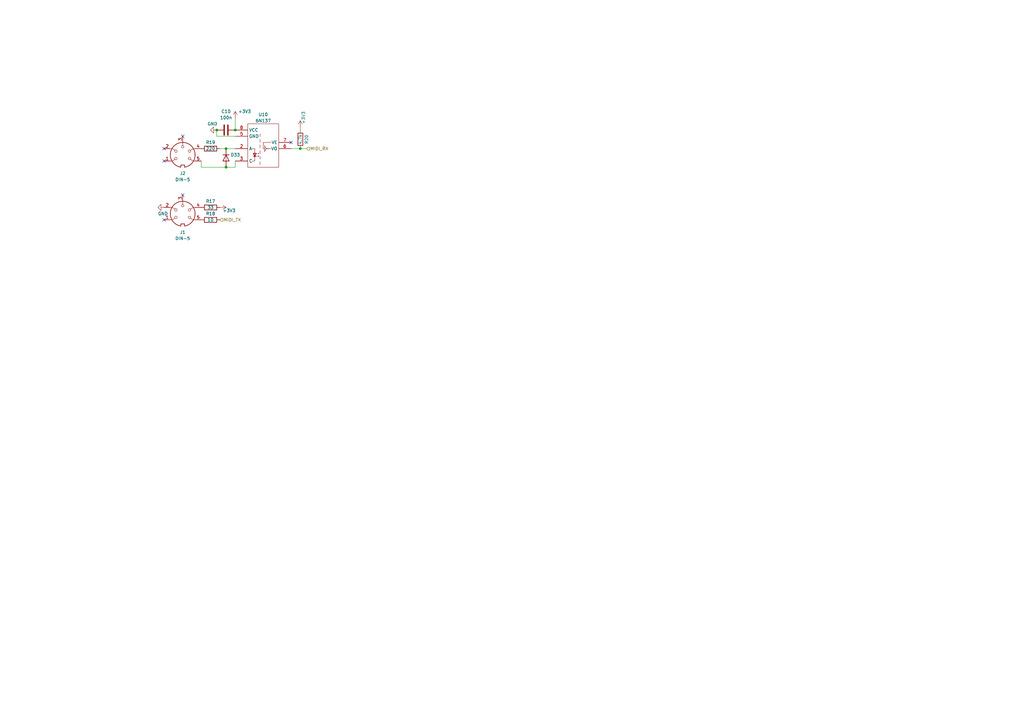
<source format=kicad_sch>
(kicad_sch (version 20211123) (generator eeschema)
  (paper "A3")
  (lib_symbols
    (symbol "Connector:DIN-5" (pin_names (offset 1.016))
      (property "Reference" "J2" (at 0.0001 -7.62 0))
      (property "Value" "DIN-5" (at 0.0001 -10.16 0))
      (symbol "DIN-5_0_1"
        (arc (start -5.08 0) (mid -3.8609 -3.3364) (end -0.762 -5.08) (stroke (width 0.254)))
        (circle (center -2.794 -1.524) (radius 0.508))
        (circle (center -2.794 1.524) (radius 0.508))
        (polyline (pts (xy 0 5.08) (xy 0 3.81)))
        (polyline (pts (xy -5.08 -2.54) (xy -4.318 -2.54) (xy -3.175 -1.905)))
        (polyline (pts (xy -5.08 2.54) (xy -4.318 2.54) (xy -3.175 1.905)))
        (polyline (pts (xy 5.08 -2.54) (xy 4.318 -2.54) (xy 3.175 -1.905)))
        (polyline (pts (xy 5.08 2.54) (xy 4.318 2.54) (xy 3.175 1.905)))
        (polyline (pts (xy -0.762 -4.953) (xy -0.762 -4.191) (xy 0.762 -4.191) (xy 0.762 -4.953)) (stroke (width 0.254)))
        (circle (center 0 3.302) (radius 0.508))
        (arc (start 0.762 -5.08) (mid 3.8685 -3.343) (end 5.08 0) (stroke (width 0.254)))
        (circle (center 2.794 -1.524) (radius 0.508))
        (circle (center 2.794 1.524) (radius 0.508))
        (arc (start 5.08 0) (mid 0 5.08) (end -5.08 0) (stroke (width 0.254)))
      )
      (symbol "DIN-5_1_1"
        (pin passive line (at -7.62 -2.54 0) (length 2.54) (name "~") (number "1"))
        (pin passive line (at -7.62 2.54 0) (length 2.54) (name "~") (number "2"))
        (pin passive line (at 0 7.62 270) (length 2.54) (name "~") (number "3"))
        (pin passive line (at 7.62 2.54 180) (length 2.54) (name "~") (number "4"))
        (pin passive line (at 7.62 -2.54 180) (length 2.54) (name "~") (number "5"))
        (pin no_connect line (at 12.7 15.24 180) (length 2.54) hide (name "") (number "6"))
        (pin no_connect line (at 12.7 12.7 180) (length 2.54) hide (name "") (number "7"))
        (pin no_connect line (at 12.7 10.16 180) (length 2.54) hide (name "") (number "8"))
        (pin no_connect line (at 12.7 7.62 180) (length 2.54) hide (name "") (number "9"))
      )
    )
    (symbol "DIN-5_1" (pin_names (offset 1.016))
      (property "Reference" "J1" (at 0.0001 -7.62 0))
      (property "Value" "DIN-5" (at 0.0001 -10.16 0))
      (symbol "DIN-5_1_0_1"
        (arc (start -5.08 0) (mid -3.8609 -3.3364) (end -0.762 -5.08) (stroke (width 0.254)))
        (circle (center -2.794 -1.524) (radius 0.508))
        (circle (center -2.794 1.524) (radius 0.508))
        (polyline (pts (xy 0 5.08) (xy 0 3.81)))
        (polyline (pts (xy -5.08 -2.54) (xy -4.318 -2.54) (xy -3.175 -1.905)))
        (polyline (pts (xy -5.08 2.54) (xy -4.318 2.54) (xy -3.175 1.905)))
        (polyline (pts (xy 5.08 -2.54) (xy 4.318 -2.54) (xy 3.175 -1.905)))
        (polyline (pts (xy 5.08 2.54) (xy 4.318 2.54) (xy 3.175 1.905)))
        (polyline (pts (xy -0.762 -4.953) (xy -0.762 -4.191) (xy 0.762 -4.191) (xy 0.762 -4.953)) (stroke (width 0.254)))
        (circle (center 0 3.302) (radius 0.508))
        (arc (start 0.762 -5.08) (mid 3.8685 -3.343) (end 5.08 0) (stroke (width 0.254)))
        (circle (center 2.794 -1.524) (radius 0.508))
        (circle (center 2.794 1.524) (radius 0.508))
        (arc (start 5.08 0) (mid 0 5.08) (end -5.08 0) (stroke (width 0.254)))
      )
      (symbol "DIN-5_1_1_1"
        (pin passive line (at -7.62 -2.54 0) (length 2.54) (name "~") (number "1"))
        (pin passive line (at -7.62 2.54 0) (length 2.54) (name "~") (number "2"))
        (pin passive line (at 0 7.62 270) (length 2.54) (name "~") (number "3"))
        (pin passive line (at 7.62 2.54 180) (length 2.54) (name "~") (number "4"))
        (pin passive line (at 7.62 -2.54 180) (length 2.54) (name "~") (number "5"))
        (pin no_connect line (at 10.16 20.32 180) (length 2.54) hide (name "") (number "6"))
        (pin no_connect line (at 10.16 17.78 180) (length 2.54) hide (name "") (number "7"))
        (pin no_connect line (at 10.16 15.24 180) (length 2.54) hide (name "") (number "8"))
        (pin no_connect line (at 10.16 12.7 180) (length 2.54) hide (name "") (number "9"))
      )
    )
    (symbol "Device:C" (pin_numbers hide) (pin_names (offset 0.254))
      (property "Reference" "C" (at 0.635 2.54 0))
      (property "Value" "C" (at 0.635 -2.54 0))
      (symbol "C_0_1"
        (polyline (pts (xy -2.032 -0.762) (xy 2.032 -0.762)) (stroke (width 0.508)))
        (polyline (pts (xy -2.032 0.762) (xy 2.032 0.762)) (stroke (width 0.508)))
      )
      (symbol "C_1_1"
        (pin passive line (at 0 3.81 270) (length 2.794) (name "~") (number "1"))
        (pin passive line (at 0 -3.81 90) (length 2.794) (name "~") (number "2"))
      )
    )
    (symbol "Device:R" (pin_numbers hide) (pin_names (offset 0))
      (property "Reference" "R" (at 2.032 0 90))
      (property "Value" "R" (at 0 0 90))
      (symbol "R_0_1"
        (rectangle (start -1.016 -2.54) (end 1.016 2.54) (stroke (width 0.254)))
      )
      (symbol "R_1_1"
        (pin passive line (at 0 3.81 270) (length 1.27) (name "~") (number "1"))
        (pin passive line (at 0 -3.81 90) (length 1.27) (name "~") (number "2"))
      )
    )
    (symbol "Diode:1N4148WT" (pin_numbers hide) (pin_names (offset 1.016) hide)
      (property "Reference" "D" (at 0 2.54 0))
      (property "Value" "1N4148WT" (at 0 -2.54 0))
      (symbol "1N4148WT_0_1"
        (polyline (pts (xy -1.27 1.27) (xy -1.27 -1.27)) (stroke (width 0.254)))
        (polyline (pts (xy 1.27 0) (xy -1.27 0)))
        (polyline (pts (xy 1.27 1.27) (xy 1.27 -1.27) (xy -1.27 0) (xy 1.27 1.27)) (stroke (width 0.254)))
      )
      (symbol "1N4148WT_1_1"
        (pin passive line (at -3.81 0 0) (length 2.54) (name "K") (number "1"))
        (pin passive line (at 3.81 0 180) (length 2.54) (name "A") (number "2"))
      )
    )
    (symbol "igor_lib:6N137"
      (property "Reference" "U11" (at 6.35 21.59 0))
      (property "Value" "6N137" (at 6.35 19.05 0))
      (symbol "6N137_0_1"
        (polyline (pts (xy 6.985 8.89) (xy 6.985 6.35)))
        (polyline (pts (xy 9.652 7.62) (xy 8.7376 7.62)))
        (polyline (pts (xy 1.7526 2.54) (xy 2.8956 2.54) (xy 2.8956 7.62) (xy 1.7526 7.62)))
        (polyline (pts (xy 9.652 10.16) (xy 6.35 10.16) (xy 6.35 7.62) (xy 6.985 7.62)))
        (arc (start 6.985 8.89) (mid 6.087 6.722) (end 8.255 7.62))
        (arc (start 8.255 7.62) (mid 6.087 8.518) (end 6.985 6.35))
        (circle (center 8.509 7.62) (radius 0.1796) (stroke (width 0.05)))
      )
      (symbol "6N137_1_1"
        (polyline (pts (xy 2.2606 4.445) (xy 3.5306 4.445)) (stroke (width 0.254)))
        (polyline (pts (xy 5.0546 2.286) (xy 5.0546 1.016)))
        (polyline (pts (xy 5.0546 4.572) (xy 5.0546 3.302)))
        (polyline (pts (xy 5.0546 6.858) (xy 5.0546 5.588)))
        (polyline (pts (xy 5.0546 9.144) (xy 5.0546 7.874)))
        (polyline (pts (xy 5.0546 11.43) (xy 5.0546 10.16)))
        (polyline (pts (xy 5.0546 13.716) (xy 5.0546 12.446)))
        (polyline (pts (xy 2.8956 4.445) (xy 2.2606 5.715) (xy 3.5306 5.715) (xy 2.8956 4.445)) (stroke (width 0.254)))
        (polyline (pts (xy 3.9116 4.572) (xy 4.6736 4.572) (xy 4.2926 4.445) (xy 4.2926 4.699) (xy 4.6736 4.572)) (stroke (width 0.127)))
        (polyline (pts (xy 3.9116 5.588) (xy 4.6736 5.588) (xy 4.2926 5.461) (xy 4.2926 5.715) (xy 4.6736 5.588)) (stroke (width 0.127)))
        (rectangle (start 0 17.78) (end 12.7 0))
        (pin no_connect line (at -5.08 10.16 0) (length 5.08) hide (name "NC") (number "1"))
        (pin passive line (at -5.08 7.62 0) (length 5.08) (name "A") (number "2"))
        (pin passive line (at -5.08 2.54 0) (length 5.08) (name "C") (number "3"))
        (pin no_connect line (at -5.08 10.16 0) (length 5.08) hide (name "NC") (number "4"))
        (pin power_in line (at -5.08 12.7 0) (length 5.08) (name "GND") (number "5"))
        (pin open_collector line (at 17.78 7.62 180) (length 5.08) (name "VO") (number "6"))
        (pin input line (at 17.78 10.16 180) (length 5.08) (name "VE") (number "7"))
        (pin power_in line (at -5.08 15.24 0) (length 5.08) (name "VCC") (number "8"))
      )
    )
    (symbol "power:+3.3V" (power) (pin_names (offset 0))
      (property "Value" "+3.3V" (at 0 3.556 0))
      (symbol "+3.3V_0_1"
        (polyline (pts (xy -0.762 1.27) (xy 0 2.54)))
        (polyline (pts (xy 0 0) (xy 0 2.54)))
        (polyline (pts (xy 0 2.54) (xy 0.762 1.27)))
      )
      (symbol "+3.3V_1_1"
        (pin power_in line (at 0 0 90) (length 0) hide (name "+3V3") (number "1"))
      )
    )
    (symbol "power:GND" (power) (pin_names (offset 0))
      (property "Value" "GND" (at 0 -3.81 0))
      (symbol "GND_0_1"
        (polyline (pts (xy 0 0) (xy 0 -1.27) (xy 1.27 -1.27) (xy 0 -2.54) (xy -1.27 -1.27) (xy 0 -1.27)))
      )
      (symbol "GND_1_1"
        (pin power_in line (at 0 0 270) (length 0) hide (name "GND") (number "1"))
      )
    )
  )
  (junction (at 96.52 53.34))
  (junction (at 92.71 68.58))
  (junction (at 92.71 60.96))
  (junction (at 123.19 60.96))
  (junction (at 88.9 53.34))
  (no_connect (at 74.93 55.88))
  (no_connect (at 74.93 80.01))
  (no_connect (at 67.31 90.17))
  (no_connect (at 119.38 58.42))
  (no_connect (at 67.31 66.04))
  (no_connect (at 67.31 60.96))
  (wire (pts (xy 96.52 55.88) (xy 88.9 55.88)))
  (wire (pts (xy 92.71 68.58) (xy 96.52 68.58)))
  (wire (pts (xy 123.19 60.96) (xy 125.73 60.96)))
  (wire (pts (xy 119.38 60.96) (xy 123.19 60.96)))
  (wire (pts (xy 82.55 68.58) (xy 82.55 66.04)))
  (wire (pts (xy 90.17 60.96) (xy 92.71 60.96)))
  (wire (pts (xy 88.9 55.88) (xy 88.9 53.34)))
  (wire (pts (xy 96.52 48.26) (xy 96.52 53.34)))
  (wire (pts (xy 92.71 60.96) (xy 96.52 60.96)))
  (wire (pts (xy 96.52 68.58) (xy 96.52 66.04)))
  (wire (pts (xy 123.19 52.07) (xy 123.19 53.34)))
  (wire (pts (xy 82.55 68.58) (xy 92.71 68.58)))
  (hierarchical_label "MIDI_RX" (shape input) (at 125.73 60.96 0))
  (hierarchical_label "MIDI_TX" (shape input) (at 90.17 90.17 0))
  (symbol (lib_id "Device:R") (at 123.19 57.15 0) (unit 1)
    (property "Reference" "R20" (at 125.73 57.15 90))
    (property "Value" "4.7k" (at 123.19 57.15 90))
    (property "Footprint" "Resistor_SMD:R_0402_1005Metric" (effects hide))
    (property "LCSC" "C25900" (effects hide))
  )
  (symbol (lib_id "power:GND") (at 88.9 53.34 270) (unit 1)
    (property "Reference" "#PWR0145" (effects hide))
    (property "Value" "GND" (at 85.09 50.8 90) (effects (justify left)))
  )
  (symbol (lib_id "power:+3.3V") (at 96.52 48.26 0) (mirror y) (unit 1)
    (property "Reference" "#PWR0144" (effects hide))
    (property "Value" "+3.3V" (at 100.33 45.72 0))
  )
  (symbol (lib_id "Device:C") (at 92.71 53.34 90) (unit 1)
    (property "Reference" "C10" (at 92.71 45.72 90))
    (property "Value" "100n" (at 92.71 48.26 90))
    (property "Footprint" "Capacitor_SMD:C_0402_1005Metric" (effects hide))
    (property "LCSC" "C1525" (effects hide))
  )
  (symbol (lib_id "Device:R") (at 86.36 60.96 90) (unit 1)
    (property "Reference" "R19" (at 86.36 58.42 90))
    (property "Value" "220" (at 86.36 60.96 90))
    (property "Footprint" "Resistor_SMD:R_0402_1005Metric" (effects hide))
    (property "LCSC" "C25091" (effects hide))
  )
  (symbol (lib_id "power:+3.3V") (at 123.19 52.07 0) (unit 1)
    (property "Reference" "#PWR0148" (effects hide))
    (property "Value" "+3.3V" (at 124.46 48.26 90))
  )
  (symbol (lib_name "DIN-5_1") (lib_id "Connector:DIN-5") (at 74.93 87.63 0) (unit 1)
    (property "Reference" "J1" (at 74.9301 95.25 0))
    (property "Value" "DIN-5" (at 74.9301 97.79 0))
    (property "Footprint" "igor_footprint_lib:DIN5" (effects hide))
    (property "Datasheet" "http://www.mouser.com/ds/2/18/40_c091_abd_e-75918.pdf" (effects hide))
  )
  (symbol (lib_id "power:GND") (at 67.31 85.09 270) (mirror x) (unit 1)
    (property "Reference" "#PWR0143" (effects hide))
    (property "Value" "GND" (at 64.77 87.63 90) (effects (justify left)))
  )
  (symbol (lib_id "Connector:DIN-5") (at 74.93 63.5 0) (unit 1)
    (property "Reference" "J2" (at 74.9301 71.12 0))
    (property "Value" "DIN-5" (at 74.9301 73.66 0))
    (property "Footprint" "igor_footprint_lib:DIN5" (effects hide))
    (property "Datasheet" "http://www.mouser.com/ds/2/18/40_c091_abd_e-75918.pdf" (effects hide))
  )
  (symbol (lib_id "power:+3.3V") (at 90.17 85.09 270) (unit 1)
    (property "Reference" "#PWR0142" (effects hide))
    (property "Value" "+3.3V" (at 93.98 86.36 90))
  )
  (symbol (lib_id "igor_lib:6N137") (at 101.6 68.58 0) (unit 1)
    (property "Reference" "U10" (at 107.95 46.99 0))
    (property "Value" "6N137" (at 107.95 49.53 0))
    (property "Footprint" "Package_SO:SSO-8_6.7x9.8mm_P2.54mm_Clearance8mm" (effects hide))
    (property "Datasheet" "https://docs.broadcom.com/docs/AV02-0940EN" (effects hide))
    (property "LCSC" "C92651" (effects hide))
  )
  (symbol (lib_id "Device:R") (at 86.36 85.09 90) (unit 1)
    (property "Reference" "R17" (at 86.36 82.55 90))
    (property "Value" "33" (at 86.36 85.09 90))
    (property "Footprint" "Resistor_SMD:R_0402_1005Metric" (effects hide))
    (property "LCSC" "C25105" (effects hide))
  )
  (symbol (lib_id "Diode:1N4148WT") (at 92.71 64.77 270) (unit 1)
    (property "Reference" "D33" (at 96.52 63.5 90))
    (property "Value" "1N4148WT" (effects hide))
    (property "Footprint" "Diode_SMD:D_SOD-523" (effects hide))
    (property "Datasheet" "https://www.diodes.com/assets/Datasheets/ds30396.pdf" (effects hide))
    (property "LCSC" "C232841" (effects hide))
  )
  (symbol (lib_id "Device:R") (at 86.36 90.17 90) (unit 1)
    (property "Reference" "R18" (at 86.36 87.63 90))
    (property "Value" "10" (at 86.36 90.17 90))
    (property "Footprint" "Resistor_SMD:R_0402_1005Metric" (effects hide))
    (property "LCSC" "C25077" (effects hide))
  )
)
</source>
